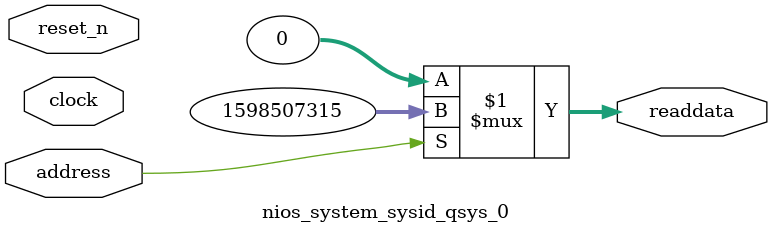
<source format=v>



// synthesis translate_off
`timescale 1ns / 1ps
// synthesis translate_on

// turn off superfluous verilog processor warnings 
// altera message_level Level1 
// altera message_off 10034 10035 10036 10037 10230 10240 10030 

module nios_system_sysid_qsys_0 (
               // inputs:
                address,
                clock,
                reset_n,

               // outputs:
                readdata
             )
;

  output  [ 31: 0] readdata;
  input            address;
  input            clock;
  input            reset_n;

  wire    [ 31: 0] readdata;
  //control_slave, which is an e_avalon_slave
  assign readdata = address ? 1598507315 : 0;

endmodule



</source>
